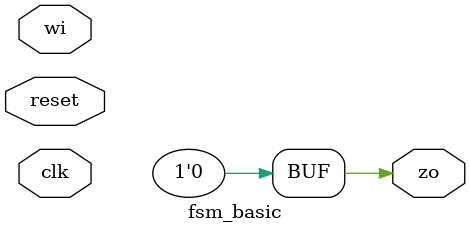
<source format=v>
module fsm_basic(wi, clk, reset, zo);
input wi, clk, reset;
output zo;

parameter IDLE = 2'b00; 
parameter S0   = 2'b01;
parameter S1   = 2'b10;

reg [1:0] curr_state;
reg zo;

always @(posedge clk, negedge reset)
  if (!reset)  begin 
    curr_state <=  IDLE;
  end
  else begin
    case (curr_state)
      IDLE   : if (wi)  curr_state <= S0;
               else     curr_state <= IDLE;
      S0     : if (wi)  curr_state <= S1;
               else     curr_state <= IDLE;
      S1     : if (wi)  curr_state <= S1;
               else     curr_state <= IDLE;
      default: curr_state <= IDLE;
    endcase
    end
  

always @(*)
  case (curr_state)
    IDLE    : zo = 1'b0;
    S0      : zo = 1'b0;
    S1      : zo = 1'b0;
    default : zo = 1'b0;
  endcase
endmodule

</source>
